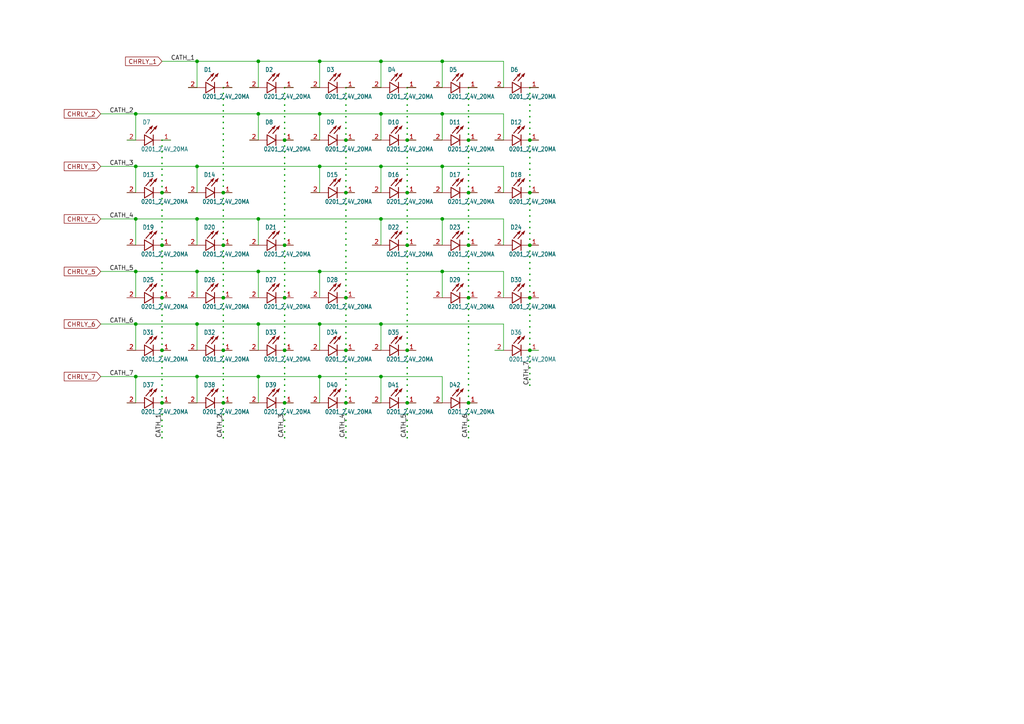
<source format=kicad_sch>
(kicad_sch (version 20231120) (generator "eeschema") (generator_version "8.0")
  (paper "A4")
  (lib_symbols
    (symbol "pre_schematic_v4-eagle-import:0201_2.4V_20MA"
      (property "Reference" "D" (at -3.0988 4.4958 0))
      (symbol "0201_2.4V_20MA_1_0"
        (polyline (pts (xy -2.54 -1.524) (xy 0 0)) (stroke (width 0.254)))
        (polyline (pts (xy -2.54 0) (xy -5.08 0)) (stroke (width 0.1524)))
        (polyline (pts (xy -2.54 0) (xy -2.54 -1.524)) (stroke (width 0.254)))
        (polyline (pts (xy -2.54 1.524) (xy -2.54 0)) (stroke (width 0.254)))
        (polyline (pts (xy -0.3556 4.0386) (xy -2.1336 2.0066)) (stroke (width 0.254)))
        (polyline (pts (xy 0 0) (xy -2.54 1.524)) (stroke (width 0.254)))
        (polyline (pts (xy 0 0) (xy 0 -1.524)) (stroke (width 0.254)))
        (polyline (pts (xy 0 1.524) (xy 0 0)) (stroke (width 0.254)))
        (polyline (pts (xy 0.889 3.937) (xy -0.889 1.905)) (stroke (width 0.254)))
        (polyline (pts (xy 2.54 0) (xy 0 0)) (stroke (width 0.1524)))
        (polyline (pts (xy 0.127 3.6195) (xy 0.6985 3.1115) (xy 1.0795 4.191)) (stroke (width 0.1524)) (fill (type outline)))
        (polyline (pts (xy -1.143 3.683) (xy -0.5715 3.175) (xy -0.1905 4.1909) (xy -0.1905 4.191)) (stroke (width 0.1524)) (fill (type outline)))
        (pin passive line (at 5.08 0 180) (length 2.54) (name "K") (number "1"))
        (pin passive line (at -7.62 0 0) (length 2.54) (name "A") (number "2"))
      )
    )
  )
  (junction (at 57.15 78.74))
  (junction (at 128.27 33.02))
  (junction (at 64.77 55.88))
  (junction (at 128.27 78.74))
  (junction (at 100.33 40.64))
  (junction (at 110.49 33.02))
  (junction (at 92.71 48.26))
  (junction (at 46.99 86.36))
  (junction (at 82.55 71.12))
  (junction (at 110.49 109.22))
  (junction (at 153.67 55.88))
  (junction (at 39.37 33.02))
  (junction (at 74.93 78.74))
  (junction (at 92.71 93.98))
  (junction (at 100.33 55.88))
  (junction (at 57.15 93.98))
  (junction (at 128.27 48.26))
  (junction (at 82.55 86.36))
  (junction (at 46.99 116.84))
  (junction (at 100.33 86.36))
  (junction (at 135.89 71.12))
  (junction (at 92.71 33.02))
  (junction (at 100.33 116.84))
  (junction (at 92.71 17.78))
  (junction (at 110.49 93.98))
  (junction (at 57.15 109.22))
  (junction (at 82.55 101.6))
  (junction (at 153.67 40.64))
  (junction (at 39.37 93.98))
  (junction (at 153.67 86.36))
  (junction (at 64.77 101.6))
  (junction (at 92.71 78.74))
  (junction (at 135.89 86.36))
  (junction (at 135.89 40.64))
  (junction (at 118.11 55.88))
  (junction (at 39.37 78.74))
  (junction (at 110.49 17.78))
  (junction (at 46.99 71.12))
  (junction (at 110.49 48.26))
  (junction (at 82.55 40.64))
  (junction (at 82.55 116.84))
  (junction (at 153.67 71.12))
  (junction (at 118.11 71.12))
  (junction (at 110.49 63.5))
  (junction (at 46.99 55.88))
  (junction (at 74.93 33.02))
  (junction (at 46.99 101.6))
  (junction (at 153.67 101.6))
  (junction (at 64.77 71.12))
  (junction (at 57.15 17.78))
  (junction (at 118.11 40.64))
  (junction (at 39.37 109.22))
  (junction (at 39.37 48.26))
  (junction (at 74.93 63.5))
  (junction (at 135.89 55.88))
  (junction (at 57.15 48.26))
  (junction (at 135.89 116.84))
  (junction (at 128.27 17.78))
  (junction (at 74.93 93.98))
  (junction (at 64.77 116.84))
  (junction (at 118.11 116.84))
  (junction (at 74.93 109.22))
  (junction (at 128.27 63.5))
  (junction (at 74.93 17.78))
  (junction (at 92.71 109.22))
  (junction (at 100.33 101.6))
  (junction (at 39.37 63.5))
  (junction (at 57.15 63.5))
  (junction (at 64.77 86.36))
  (junction (at 118.11 101.6))
  (wire (pts (xy 153.67 86.36) (xy 153.67 101.6)) (stroke (width 0.4) (type dot)))
  (wire (pts (xy 72.39 40.64) (xy 74.93 40.64)))
  (wire (pts (xy 54.61 55.88) (xy 57.15 55.88)))
  (wire (pts (xy 67.31 101.6) (xy 64.77 101.6)))
  (wire (pts (xy 82.55 86.36) (xy 82.55 101.6)) (stroke (width 0.4) (type dot)))
  (wire (pts (xy 125.73 116.84) (xy 128.27 116.84)))
  (wire (pts (xy 92.71 55.88) (xy 92.71 48.26)))
  (wire (pts (xy 156.21 25.4) (xy 153.67 25.4)))
  (wire (pts (xy 46.99 101.6) (xy 46.99 116.84)) (stroke (width 0.4) (type dot)))
  (wire (pts (xy 54.61 116.84) (xy 57.15 116.84)))
  (wire (pts (xy 39.37 63.5) (xy 29.21 63.5)))
  (wire (pts (xy 128.27 71.12) (xy 128.27 63.5)))
  (wire (pts (xy 74.93 93.98) (xy 57.15 93.98)))
  (wire (pts (xy 92.71 78.74) (xy 74.93 78.74)))
  (wire (pts (xy 146.05 86.36) (xy 146.05 78.74)))
  (wire (pts (xy 46.99 116.84) (xy 46.99 127)) (stroke (width 0.4) (type dot)))
  (wire (pts (xy 120.65 71.12) (xy 118.11 71.12)))
  (wire (pts (xy 72.39 86.36) (xy 74.93 86.36)))
  (wire (pts (xy 64.77 101.6) (xy 64.77 116.84)) (stroke (width 0.4) (type dot)))
  (wire (pts (xy 85.09 25.4) (xy 82.55 25.4)))
  (wire (pts (xy 125.73 86.36) (xy 128.27 86.36)))
  (wire (pts (xy 92.71 86.36) (xy 92.71 78.74)))
  (wire (pts (xy 64.77 116.84) (xy 64.77 127)) (stroke (width 0.4) (type dot)))
  (wire (pts (xy 90.17 40.64) (xy 92.71 40.64)))
  (wire (pts (xy 39.37 109.22) (xy 29.21 109.22)))
  (wire (pts (xy 39.37 40.64) (xy 39.37 33.02)))
  (wire (pts (xy 72.39 116.84) (xy 74.93 116.84)))
  (wire (pts (xy 143.51 71.12) (xy 146.05 71.12)))
  (wire (pts (xy 138.43 40.64) (xy 135.89 40.64)))
  (wire (pts (xy 72.39 101.6) (xy 74.93 101.6)))
  (wire (pts (xy 85.09 86.36) (xy 82.55 86.36)))
  (wire (pts (xy 110.49 93.98) (xy 92.71 93.98)))
  (wire (pts (xy 128.27 25.4) (xy 128.27 17.78)))
  (wire (pts (xy 57.15 17.78) (xy 46.99 17.78)))
  (wire (pts (xy 128.27 109.22) (xy 110.49 109.22)))
  (wire (pts (xy 110.49 48.26) (xy 92.71 48.26)))
  (wire (pts (xy 82.55 25.4) (xy 82.55 40.64)) (stroke (width 0.4) (type dot)))
  (wire (pts (xy 110.49 55.88) (xy 110.49 48.26)))
  (wire (pts (xy 135.89 25.4) (xy 135.89 40.64)) (stroke (width 0.4) (type dot)))
  (wire (pts (xy 143.51 86.36) (xy 146.05 86.36)))
  (wire (pts (xy 156.21 40.64) (xy 153.67 40.64)))
  (wire (pts (xy 120.65 40.64) (xy 118.11 40.64)))
  (wire (pts (xy 135.89 71.12) (xy 135.89 86.36)) (stroke (width 0.4) (type dot)))
  (wire (pts (xy 135.89 116.84) (xy 135.89 127)) (stroke (width 0.4) (type dot)))
  (wire (pts (xy 128.27 17.78) (xy 110.49 17.78)))
  (wire (pts (xy 110.49 101.6) (xy 110.49 93.98)))
  (wire (pts (xy 102.87 25.4) (xy 100.33 25.4)))
  (wire (pts (xy 146.05 25.4) (xy 146.05 17.78)))
  (wire (pts (xy 102.87 116.84) (xy 100.33 116.84)))
  (wire (pts (xy 74.93 71.12) (xy 74.93 63.5)))
  (wire (pts (xy 102.87 40.64) (xy 100.33 40.64)))
  (wire (pts (xy 57.15 55.88) (xy 57.15 48.26)))
  (wire (pts (xy 92.71 116.84) (xy 92.71 109.22)))
  (wire (pts (xy 128.27 48.26) (xy 110.49 48.26)))
  (wire (pts (xy 54.61 86.36) (xy 57.15 86.36)))
  (wire (pts (xy 46.99 55.88) (xy 46.99 71.12)) (stroke (width 0.4) (type dot)))
  (wire (pts (xy 153.67 25.4) (xy 153.67 40.64)) (stroke (width 0.4) (type dot)))
  (wire (pts (xy 49.53 55.88) (xy 46.99 55.88)))
  (wire (pts (xy 128.27 86.36) (xy 128.27 78.74)))
  (wire (pts (xy 118.11 55.88) (xy 118.11 71.12)) (stroke (width 0.4) (type dot)))
  (wire (pts (xy 120.65 116.84) (xy 118.11 116.84)))
  (wire (pts (xy 64.77 71.12) (xy 64.77 86.36)) (stroke (width 0.4) (type dot)))
  (wire (pts (xy 57.15 71.12) (xy 57.15 63.5)))
  (wire (pts (xy 92.71 25.4) (xy 92.71 17.78)))
  (wire (pts (xy 74.93 86.36) (xy 74.93 78.74)))
  (wire (pts (xy 110.49 116.84) (xy 110.49 109.22)))
  (wire (pts (xy 110.49 63.5) (xy 74.93 63.5)))
  (wire (pts (xy 100.33 101.6) (xy 100.33 116.84)) (stroke (width 0.4) (type dot)))
  (wire (pts (xy 138.43 86.36) (xy 135.89 86.36)))
  (wire (pts (xy 146.05 48.26) (xy 128.27 48.26)))
  (wire (pts (xy 156.21 71.12) (xy 153.67 71.12)))
  (wire (pts (xy 82.55 116.84) (xy 82.55 127)) (stroke (width 0.4) (type dot)))
  (wire (pts (xy 128.27 63.5) (xy 110.49 63.5)))
  (wire (pts (xy 64.77 86.36) (xy 64.77 101.6)) (stroke (width 0.4) (type dot)))
  (wire (pts (xy 74.93 25.4) (xy 74.93 17.78)))
  (wire (pts (xy 107.95 71.12) (xy 110.49 71.12)))
  (wire (pts (xy 90.17 116.84) (xy 92.71 116.84)))
  (wire (pts (xy 110.49 17.78) (xy 92.71 17.78)))
  (wire (pts (xy 46.99 71.12) (xy 46.99 86.36)) (stroke (width 0.4) (type dot)))
  (wire (pts (xy 100.33 116.84) (xy 100.33 127)) (stroke (width 0.4) (type dot)))
  (wire (pts (xy 143.51 25.4) (xy 146.05 25.4)))
  (wire (pts (xy 72.39 25.4) (xy 74.93 25.4)))
  (wire (pts (xy 118.11 25.4) (xy 118.11 40.64)) (stroke (width 0.4) (type dot)))
  (wire (pts (xy 100.33 55.88) (xy 100.33 86.36)) (stroke (width 0.4) (type dot)))
  (wire (pts (xy 74.93 63.5) (xy 57.15 63.5)))
  (wire (pts (xy 110.49 109.22) (xy 92.71 109.22)))
  (wire (pts (xy 118.11 101.6) (xy 118.11 116.84)) (stroke (width 0.4) (type dot)))
  (wire (pts (xy 90.17 101.6) (xy 92.71 101.6)))
  (wire (pts (xy 118.11 40.64) (xy 118.11 55.88)) (stroke (width 0.4) (type dot)))
  (wire (pts (xy 102.87 101.6) (xy 100.33 101.6)))
  (wire (pts (xy 85.09 116.84) (xy 82.55 116.84)))
  (wire (pts (xy 36.83 116.84) (xy 39.37 116.84)))
  (wire (pts (xy 125.73 55.88) (xy 128.27 55.88)))
  (wire (pts (xy 135.89 40.64) (xy 135.89 55.88)) (stroke (width 0.4) (type dot)))
  (wire (pts (xy 146.05 101.6) (xy 146.05 93.98)))
  (wire (pts (xy 74.93 101.6) (xy 74.93 93.98)))
  (wire (pts (xy 125.73 25.4) (xy 128.27 25.4)))
  (wire (pts (xy 146.05 71.12) (xy 146.05 63.5)))
  (wire (pts (xy 100.33 25.4) (xy 100.33 40.64)) (stroke (width 0.4) (type dot)))
  (wire (pts (xy 36.83 71.12) (xy 39.37 71.12)))
  (wire (pts (xy 67.31 116.84) (xy 64.77 116.84)))
  (wire (pts (xy 39.37 33.02) (xy 29.21 33.02)))
  (wire (pts (xy 74.93 40.64) (xy 74.93 33.02)))
  (wire (pts (xy 39.37 78.74) (xy 29.21 78.74)))
  (wire (pts (xy 107.95 25.4) (xy 110.49 25.4)))
  (wire (pts (xy 82.55 101.6) (xy 82.55 116.84)) (stroke (width 0.4) (type dot)))
  (wire (pts (xy 107.95 101.6) (xy 110.49 101.6)))
  (wire (pts (xy 146.05 40.64) (xy 146.05 33.02)))
  (wire (pts (xy 85.09 71.12) (xy 82.55 71.12)))
  (wire (pts (xy 64.77 55.88) (xy 64.77 71.12)) (stroke (width 0.4) (type dot)))
  (wire (pts (xy 100.33 86.36) (xy 100.33 101.6)) (stroke (width 0.4) (type dot)))
  (wire (pts (xy 143.51 40.64) (xy 146.05 40.64)))
  (wire (pts (xy 138.43 71.12) (xy 135.89 71.12)))
  (wire (pts (xy 146.05 55.88) (xy 146.05 48.26)))
  (wire (pts (xy 156.21 86.36) (xy 153.67 86.36)))
  (wire (pts (xy 57.15 25.4) (xy 57.15 17.78)))
  (wire (pts (xy 125.73 71.12) (xy 128.27 71.12)))
  (wire (pts (xy 39.37 71.12) (xy 39.37 63.5)))
  (wire (pts (xy 107.95 40.64) (xy 110.49 40.64)))
  (wire (pts (xy 146.05 78.74) (xy 128.27 78.74)))
  (wire (pts (xy 49.53 71.12) (xy 46.99 71.12)))
  (wire (pts (xy 128.27 78.74) (xy 92.71 78.74)))
  (wire (pts (xy 92.71 48.26) (xy 57.15 48.26)))
  (wire (pts (xy 120.65 25.4) (xy 118.11 25.4)))
  (wire (pts (xy 146.05 63.5) (xy 128.27 63.5)))
  (wire (pts (xy 138.43 116.84) (xy 135.89 116.84)))
  (wire (pts (xy 143.51 101.6) (xy 146.05 101.6)))
  (wire (pts (xy 49.53 40.64) (xy 46.99 40.64)))
  (wire (pts (xy 125.73 40.64) (xy 128.27 40.64)))
  (wire (pts (xy 135.89 55.88) (xy 135.89 71.12)) (stroke (width 0.4) (type dot)))
  (wire (pts (xy 49.53 86.36) (xy 46.99 86.36)))
  (wire (pts (xy 90.17 55.88) (xy 92.71 55.88)))
  (wire (pts (xy 138.43 25.4) (xy 135.89 25.4)))
  (wire (pts (xy 110.49 25.4) (xy 110.49 17.78)))
  (wire (pts (xy 110.49 71.12) (xy 110.49 63.5)))
  (wire (pts (xy 36.83 101.6) (xy 39.37 101.6)))
  (wire (pts (xy 36.83 55.88) (xy 39.37 55.88)))
  (wire (pts (xy 120.65 55.88) (xy 118.11 55.88)))
  (wire (pts (xy 128.27 55.88) (xy 128.27 48.26)))
  (wire (pts (xy 57.15 78.74) (xy 39.37 78.74)))
  (wire (pts (xy 57.15 109.22) (xy 39.37 109.22)))
  (wire (pts (xy 100.33 40.64) (xy 100.33 55.88)) (stroke (width 0.4) (type dot)))
  (wire (pts (xy 46.99 86.36) (xy 46.99 101.6)) (stroke (width 0.4) (type dot)))
  (wire (pts (xy 153.67 71.12) (xy 153.67 86.36)) (stroke (width 0.4) (type dot)))
  (wire (pts (xy 82.55 71.12) (xy 82.55 86.36)) (stroke (width 0.4) (type dot)))
  (wire (pts (xy 128.27 116.84) (xy 128.27 109.22)))
  (wire (pts (xy 57.15 116.84) (xy 57.15 109.22)))
  (wire (pts (xy 46.99 40.64) (xy 46.99 55.88)) (stroke (width 0.4) (type dot)))
  (wire (pts (xy 156.21 101.6) (xy 153.67 101.6)))
  (wire (pts (xy 107.95 116.84) (xy 110.49 116.84)))
  (wire (pts (xy 110.49 40.64) (xy 110.49 33.02)))
  (wire (pts (xy 138.43 55.88) (xy 135.89 55.88)))
  (wire (pts (xy 64.77 25.4) (xy 64.77 55.88)) (stroke (width 0.4) (type dot)))
  (wire (pts (xy 92.71 109.22) (xy 74.93 109.22)))
  (wire (pts (xy 54.61 25.4) (xy 57.15 25.4)))
  (wire (pts (xy 153.67 40.64) (xy 153.67 55.88)) (stroke (width 0.4) (type dot)))
  (wire (pts (xy 92.71 93.98) (xy 74.93 93.98)))
  (wire (pts (xy 54.61 101.6) (xy 57.15 101.6)))
  (wire (pts (xy 156.21 55.88) (xy 153.67 55.88)))
  (wire (pts (xy 128.27 33.02) (xy 110.49 33.02)))
  (wire (pts (xy 36.83 86.36) (xy 39.37 86.36)))
  (wire (pts (xy 146.05 33.02) (xy 128.27 33.02)))
  (wire (pts (xy 90.17 86.36) (xy 92.71 86.36)))
  (wire (pts (xy 74.93 116.84) (xy 74.93 109.22)))
  (wire (pts (xy 39.37 48.26) (xy 29.21 48.26)))
  (wire (pts (xy 57.15 101.6) (xy 57.15 93.98)))
  (wire (pts (xy 120.65 101.6) (xy 118.11 101.6)))
  (wire (pts (xy 92.71 33.02) (xy 74.93 33.02)))
  (wire (pts (xy 110.49 33.02) (xy 92.71 33.02)))
  (wire (pts (xy 49.53 101.6) (xy 46.99 101.6)))
  (wire (pts (xy 74.93 33.02) (xy 39.37 33.02)))
  (wire (pts (xy 82.55 40.64) (xy 82.55 71.12)) (stroke (width 0.4) (type dot)))
  (wire (pts (xy 67.31 55.88) (xy 64.77 55.88)))
  (wire (pts (xy 92.71 40.64) (xy 92.71 33.02)))
  (wire (pts (xy 146.05 17.78) (xy 128.27 17.78)))
  (wire (pts (xy 102.87 55.88) (xy 100.33 55.88)))
  (wire (pts (xy 67.31 71.12) (xy 64.77 71.12)))
  (wire (pts (xy 57.15 48.26) (xy 39.37 48.26)))
  (wire (pts (xy 57.15 93.98) (xy 39.37 93.98)))
  (wire (pts (xy 143.51 55.88) (xy 146.05 55.88)))
  (wire (pts (xy 153.67 101.6) (xy 153.67 111.76)) (stroke (width 0.4) (type dot)))
  (wire (pts (xy 72.39 71.12) (xy 74.93 71.12)))
  (wire (pts (xy 118.11 116.84) (xy 118.11 127)) (stroke (width 0.4) (type dot)))
  (wire (pts (xy 74.93 109.22) (xy 57.15 109.22)))
  (wire (pts (xy 67.31 25.4) (xy 64.77 25.4)))
  (wire (pts (xy 102.87 86.36) (xy 100.33 86.36)))
  (wire (pts (xy 39.37 55.88) (xy 39.37 48.26)))
  (wire (pts (xy 118.11 71.12) (xy 118.11 101.6)) (stroke (width 0.4) (type dot)))
  (wire (pts (xy 92.71 17.78) (xy 74.93 17.78)))
  (wire (pts (xy 92.71 101.6) (xy 92.71 93.98)))
  (wire (pts (xy 135.89 86.36) (xy 135.89 116.84)) (stroke (width 0.4) (type dot)))
  (wire (pts (xy 39.37 101.6) (xy 39.37 93.98)))
  (wire (pts (xy 107.95 55.88) (xy 110.49 55.88)))
  (wire (pts (xy 128.27 40.64) (xy 128.27 33.02)))
  (wire (pts (xy 39.37 116.84) (xy 39.37 109.22)))
  (wire (pts (xy 153.67 55.88) (xy 153.67 71.12)) (stroke (width 0.4) (type dot)))
  (wire (pts (xy 39.37 93.98) (xy 29.21 93.98)))
  (wire (pts (xy 146.05 93.98) (xy 110.49 93.98)))
  (wire (pts (xy 54.61 71.12) (xy 57.15 71.12)))
  (wire (pts (xy 49.53 116.84) (xy 46.99 116.84)))
  (wire (pts (xy 36.83 40.64) (xy 39.37 40.64)))
  (wire (pts (xy 57.15 63.5) (xy 39.37 63.5)))
  (wire (pts (xy 85.09 101.6) (xy 82.55 101.6)))
  (wire (pts (xy 85.09 40.64) (xy 82.55 40.64)))
  (wire (pts (xy 74.93 78.74) (xy 57.15 78.74)))
  (wire (pts (xy 39.37 86.36) (xy 39.37 78.74)))
  (wire (pts (xy 90.17 25.4) (xy 92.71 25.4)))
  (wire (pts (xy 67.31 86.36) (xy 64.77 86.36)))
  (wire (pts (xy 57.15 86.36) (xy 57.15 78.74)))
  (wire (pts (xy 74.93 17.78) (xy 57.15 17.78)))
  (label "CATH_6" (at 31.75 93.98 0))
  (label "CATH_5" (at 118.11 127 90))
  (label "CATH_7" (at 153.67 111.76 90))
  (label "CATH_7" (at 31.75 109.22 0))
  (label "CATH_3" (at 31.75 48.26 0))
  (label "CATH_4" (at 31.75 63.5 0))
  (label "CATH_4" (at 100.33 127 90))
  (label "CATH_1" (at 46.99 127 90))
  (label "CATH_3" (at 82.55 127 90))
  (label "CATH_5" (at 31.75 78.74 0))
  (label "CATH_6" (at 135.89 127 90))
  (label "CATH_1" (at 49.53 17.78 0))
  (label "CATH_2" (at 64.77 127 90))
  (label "CATH_2" (at 31.75 33.02 0))
  (global_label "CHRLY_6" (shape input) (at 29.21 93.98 180) (property "Intersheetrefs" "${INTERSHEET_REFS}" (effects (hide yes))))
  (global_label "CHRLY_7" (shape input) (at 29.21 109.22 180) (property "Intersheetrefs" "${INTERSHEET_REFS}" (effects (hide yes))))
  (global_label "CHRLY_4" (shape input) (at 29.21 63.5 180) (property "Intersheetrefs" "${INTERSHEET_REFS}" (effects (hide yes))))
  (global_label "CHRLY_3" (shape input) (at 29.21 48.26 180) (property "Intersheetrefs" "${INTERSHEET_REFS}" (effects (hide yes))))
  (global_label "CHRLY_2" (shape input) (at 29.21 33.02 180) (property "Intersheetrefs" "${INTERSHEET_REFS}" (effects (hide yes))))
  (global_label "CHRLY_1" (shape input) (at 46.99 17.78 180) (property "Intersheetrefs" "${INTERSHEET_REFS}" (effects (hide yes))))
  (global_label "CHRLY_5" (shape input) (at 29.21 78.74 180) (property "Intersheetrefs" "${INTERSHEET_REFS}" (effects (hide yes))))
  (symbol (lib_id "pre_schematic_v4-eagle-import:0201_2.4V_20MA") (at 97.79 86.36 0) (unit 1)
    (property "Reference" "D28" (at 94.6912 81.8642 0) (effects (font (size 1.27 1.0795)) (justify left bottom)))
    (property "Value" "0201_2.4V_20MA" (at 94.234 89.662 0) (effects (font (size 1.27 1.0795)) (justify left bottom)))
    (property "Footprint" "pre_schematic_v4:LED_APG0603CGC-TT" (effects (hide yes)))
  )
  (symbol (lib_id "pre_schematic_v4-eagle-import:0201_2.4V_20MA") (at 133.35 40.64 0) (unit 1)
    (property "Reference" "D11" (at 130.2512 36.1442 0) (effects (font (size 1.27 1.0795)) (justify left bottom)))
    (property "Value" "0201_2.4V_20MA" (at 129.794 43.942 0) (effects (font (size 1.27 1.0795)) (justify left bottom)))
    (property "Footprint" "pre_schematic_v4:LED_APG0603CGC-TT" (effects (hide yes)))
  )
  (symbol (lib_id "pre_schematic_v4-eagle-import:0201_2.4V_20MA") (at 62.23 55.88 0) (unit 1)
    (property "Reference" "D14" (at 59.1312 51.3842 0) (effects (font (size 1.27 1.0795)) (justify left bottom)))
    (property "Value" "0201_2.4V_20MA" (at 58.674 59.182 0) (effects (font (size 1.27 1.0795)) (justify left bottom)))
    (property "Footprint" "pre_schematic_v4:LED_APG0603CGC-TT" (effects (hide yes)))
  )
  (symbol (lib_id "pre_schematic_v4-eagle-import:0201_2.4V_20MA") (at 97.79 55.88 0) (unit 1)
    (property "Reference" "D15" (at 94.6912 51.3842 0) (effects (font (size 1.27 1.0795)) (justify left bottom)))
    (property "Value" "0201_2.4V_20MA" (at 94.234 59.182 0) (effects (font (size 1.27 1.0795)) (justify left bottom)))
    (property "Footprint" "pre_schematic_v4:LED_APG0603CGC-TT" (effects (hide yes)))
  )
  (symbol (lib_id "pre_schematic_v4-eagle-import:0201_2.4V_20MA") (at 80.01 40.64 0) (unit 1)
    (property "Reference" "D8" (at 76.9112 36.1442 0) (effects (font (size 1.27 1.0795)) (justify left bottom)))
    (property "Value" "0201_2.4V_20MA" (at 76.454 43.942 0) (effects (font (size 1.27 1.0795)) (justify left bottom)))
    (property "Footprint" "pre_schematic_v4:LED_APG0603CGC-TT" (effects (hide yes)))
  )
  (symbol (lib_id "pre_schematic_v4-eagle-import:0201_2.4V_20MA") (at 97.79 116.84 0) (unit 1)
    (property "Reference" "D40" (at 94.6912 112.3442 0) (effects (font (size 1.27 1.0795)) (justify left bottom)))
    (property "Value" "0201_2.4V_20MA" (at 94.234 120.142 0) (effects (font (size 1.27 1.0795)) (justify left bottom)))
    (property "Footprint" "pre_schematic_v4:LED_APG0603CGC-TT" (effects (hide yes)))
  )
  (symbol (lib_id "pre_schematic_v4-eagle-import:0201_2.4V_20MA") (at 97.79 40.64 0) (unit 1)
    (property "Reference" "D9" (at 94.6912 36.1442 0) (effects (font (size 1.27 1.0795)) (justify left bottom)))
    (property "Value" "0201_2.4V_20MA" (at 94.234 43.942 0) (effects (font (size 1.27 1.0795)) (justify left bottom)))
    (property "Footprint" "pre_schematic_v4:LED_APG0603CGC-TT" (effects (hide yes)))
  )
  (symbol (lib_id "pre_schematic_v4-eagle-import:0201_2.4V_20MA") (at 62.23 101.6 0) (unit 1)
    (property "Reference" "D32" (at 59.1312 97.1042 0) (effects (font (size 1.27 1.0795)) (justify left bottom)))
    (property "Value" "0201_2.4V_20MA" (at 58.674 104.902 0) (effects (font (size 1.27 1.0795)) (justify left bottom)))
    (property "Footprint" "pre_schematic_v4:LED_APG0603CGC-TT" (effects (hide yes)))
  )
  (symbol (lib_id "pre_schematic_v4-eagle-import:0201_2.4V_20MA") (at 133.35 25.4 0) (unit 1)
    (property "Reference" "D5" (at 130.2512 20.9042 0) (effects (font (size 1.27 1.0795)) (justify left bottom)))
    (property "Value" "0201_2.4V_20MA" (at 129.794 28.702 0) (effects (font (size 1.27 1.0795)) (justify left bottom)))
    (property "Footprint" "pre_schematic_v4:LED_APG0603CGC-TT" (effects (hide yes)))
  )
  (symbol (lib_id "pre_schematic_v4-eagle-import:0201_2.4V_20MA") (at 80.01 71.12 0) (unit 1)
    (property "Reference" "D21" (at 76.9112 66.6242 0) (effects (font (size 1.27 1.0795)) (justify left bottom)))
    (property "Value" "0201_2.4V_20MA" (at 76.454 74.422 0) (effects (font (size 1.27 1.0795)) (justify left bottom)))
    (property "Footprint" "pre_schematic_v4:LED_APG0603CGC-TT" (effects (hide yes)))
  )
  (symbol (lib_id "pre_schematic_v4-eagle-import:0201_2.4V_20MA") (at 133.35 116.84 0) (unit 1)
    (property "Reference" "D42" (at 130.2512 112.3442 0) (effects (font (size 1.27 1.0795)) (justify left bottom)))
    (property "Value" "0201_2.4V_20MA" (at 129.794 120.142 0) (effects (font (size 1.27 1.0795)) (justify left bottom)))
    (property "Footprint" "pre_schematic_v4:LED_APG0603CGC-TT" (effects (hide yes)))
  )
  (symbol (lib_id "pre_schematic_v4-eagle-import:0201_2.4V_20MA") (at 115.57 116.84 0) (unit 1)
    (property "Reference" "D41" (at 112.4712 112.3442 0) (effects (font (size 1.27 1.0795)) (justify left bottom)))
    (property "Value" "0201_2.4V_20MA" (at 112.014 120.142 0) (effects (font (size 1.27 1.0795)) (justify left bottom)))
    (property "Footprint" "pre_schematic_v4:LED_APG0603CGC-TT" (effects (hide yes)))
  )
  (symbol (lib_id "pre_schematic_v4-eagle-import:0201_2.4V_20MA") (at 115.57 55.88 0) (unit 1)
    (property "Reference" "D16" (at 112.4712 51.3842 0) (effects (font (size 1.27 1.0795)) (justify left bottom)))
    (property "Value" "0201_2.4V_20MA" (at 112.014 59.182 0) (effects (font (size 1.27 1.0795)) (justify left bottom)))
    (property "Footprint" "pre_schematic_v4:LED_APG0603CGC-TT" (effects (hide yes)))
  )
  (symbol (lib_id "pre_schematic_v4-eagle-import:0201_2.4V_20MA") (at 133.35 86.36 0) (unit 1)
    (property "Reference" "D29" (at 130.2512 81.8642 0) (effects (font (size 1.27 1.0795)) (justify left bottom)))
    (property "Value" "0201_2.4V_20MA" (at 129.794 89.662 0) (effects (font (size 1.27 1.0795)) (justify left bottom)))
    (property "Footprint" "pre_schematic_v4:LED_APG0603CGC-TT" (effects (hide yes)))
  )
  (symbol (lib_id "pre_schematic_v4-eagle-import:0201_2.4V_20MA") (at 44.45 101.6 0) (unit 1)
    (property "Reference" "D31" (at 41.3512 97.1042 0) (effects (font (size 1.27 1.0795)) (justify left bottom)))
    (property "Value" "0201_2.4V_20MA" (at 40.894 104.902 0) (effects (font (size 1.27 1.0795)) (justify left bottom)))
    (property "Footprint" "pre_schematic_v4:LED_APG0603CGC-TT" (effects (hide yes)))
  )
  (symbol (lib_id "pre_schematic_v4-eagle-import:0201_2.4V_20MA") (at 62.23 25.4 0) (unit 1)
    (property "Reference" "D1" (at 59.1312 20.9042 0) (effects (font (size 1.27 1.0795)) (justify left bottom)))
    (property "Value" "0201_2.4V_20MA" (at 58.674 28.702 0) (effects (font (size 1.27 1.0795)) (justify left bottom)))
    (property "Footprint" "pre_schematic_v4:LED_APG0603CGC-TT" (effects (hide yes)))
  )
  (symbol (lib_id "pre_schematic_v4-eagle-import:0201_2.4V_20MA") (at 151.13 55.88 0) (unit 1)
    (property "Reference" "D18" (at 148.0312 51.3842 0) (effects (font (size 1.27 1.0795)) (justify left bottom)))
    (property "Value" "0201_2.4V_20MA" (at 147.574 59.182 0) (effects (font (size 1.27 1.0795)) (justify left bottom)))
    (property "Footprint" "pre_schematic_v4:LED_APG0603CGC-TT" (effects (hide yes)))
  )
  (symbol (lib_id "pre_schematic_v4-eagle-import:0201_2.4V_20MA") (at 44.45 71.12 0) (unit 1)
    (property "Reference" "D19" (at 41.3512 66.6242 0) (effects (font (size 1.27 1.0795)) (justify left bottom)))
    (property "Value" "0201_2.4V_20MA" (at 40.894 74.422 0) (effects (font (size 1.27 1.0795)) (justify left bottom)))
    (property "Footprint" "pre_schematic_v4:LED_APG0603CGC-TT" (effects (hide yes)))
  )
  (symbol (lib_id "pre_schematic_v4-eagle-import:0201_2.4V_20MA") (at 80.01 86.36 0) (unit 1)
    (property "Reference" "D27" (at 76.9112 81.8642 0) (effects (font (size 1.27 1.0795)) (justify left bottom)))
    (property "Value" "0201_2.4V_20MA" (at 76.454 89.662 0) (effects (font (size 1.27 1.0795)) (justify left bottom)))
    (property "Footprint" "pre_schematic_v4:LED_APG0603CGC-TT" (effects (hide yes)))
  )
  (symbol (lib_id "pre_schematic_v4-eagle-import:0201_2.4V_20MA") (at 44.45 55.88 0) (unit 1)
    (property "Reference" "D13" (at 41.3512 51.3842 0) (effects (font (size 1.27 1.0795)) (justify left bottom)))
    (property "Value" "0201_2.4V_20MA" (at 40.894 59.182 0) (effects (font (size 1.27 1.0795)) (justify left bottom)))
    (property "Footprint" "pre_schematic_v4:LED_APG0603CGC-TT" (effects (hide yes)))
  )
  (symbol (lib_id "pre_schematic_v4-eagle-import:0201_2.4V_20MA") (at 115.57 40.64 0) (unit 1)
    (property "Reference" "D10" (at 112.4712 36.1442 0) (effects (font (size 1.27 1.0795)) (justify left bottom)))
    (property "Value" "0201_2.4V_20MA" (at 112.014 43.942 0) (effects (font (size 1.27 1.0795)) (justify left bottom)))
    (property "Footprint" "pre_schematic_v4:LED_APG0603CGC-TT" (effects (hide yes)))
  )
  (symbol (lib_id "pre_schematic_v4-eagle-import:0201_2.4V_20MA") (at 44.45 40.64 0) (unit 1)
    (property "Reference" "D7" (at 41.3512 36.1442 0) (effects (font (size 1.27 1.0795)) (justify left bottom)))
    (property "Value" "0201_2.4V_20MA" (at 40.894 43.942 0) (effects (font (size 1.27 1.0795)) (justify left bottom)))
    (property "Footprint" "pre_schematic_v4:LED_APG0603CGC-TT" (effects (hide yes)))
  )
  (symbol (lib_id "pre_schematic_v4-eagle-import:0201_2.4V_20MA") (at 80.01 101.6 0) (unit 1)
    (property "Reference" "D33" (at 76.9112 97.1042 0) (effects (font (size 1.27 1.0795)) (justify left bottom)))
    (property "Value" "0201_2.4V_20MA" (at 76.454 104.902 0) (effects (font (size 1.27 1.0795)) (justify left bottom)))
    (property "Footprint" "pre_schematic_v4:LED_APG0603CGC-TT" (effects (hide yes)))
  )
  (symbol (lib_id "pre_schematic_v4-eagle-import:0201_2.4V_20MA") (at 151.13 101.6 0) (unit 1)
    (property "Reference" "D36" (at 148.0312 97.1042 0) (effects (font (size 1.27 1.0795)) (justify left bottom)))
    (property "Value" "0201_2.4V_20MA" (at 147.574 104.902 0) (effects (font (size 1.27 1.0795)) (justify left bottom)))
    (property "Footprint" "pre_schematic_v4:LED_APG0603CGC-TT" (effects (hide yes)))
  )
  (symbol (lib_id "pre_schematic_v4-eagle-import:0201_2.4V_20MA") (at 151.13 25.4 0) (unit 1)
    (property "Reference" "D6" (at 148.0312 20.9042 0) (effects (font (size 1.27 1.0795)) (justify left bottom)))
    (property "Value" "0201_2.4V_20MA" (at 147.574 28.702 0) (effects (font (size 1.27 1.0795)) (justify left bottom)))
    (property "Footprint" "pre_schematic_v4:LED_APG0603CGC-TT" (effects (hide yes)))
  )
  (symbol (lib_id "pre_schematic_v4-eagle-import:0201_2.4V_20MA") (at 151.13 40.64 0) (unit 1)
    (property "Reference" "D12" (at 148.0312 36.1442 0) (effects (font (size 1.27 1.0795)) (justify left bottom)))
    (property "Value" "0201_2.4V_20MA" (at 147.574 43.942 0) (effects (font (size 1.27 1.0795)) (justify left bottom)))
    (property "Footprint" "pre_schematic_v4:LED_APG0603CGC-TT" (effects (hide yes)))
  )
  (symbol (lib_id "pre_schematic_v4-eagle-import:0201_2.4V_20MA") (at 62.23 116.84 0) (unit 1)
    (property "Reference" "D38" (at 59.1312 112.3442 0) (effects (font (size 1.27 1.0795)) (justify left bottom)))
    (property "Value" "0201_2.4V_20MA" (at 58.674 120.142 0) (effects (font (size 1.27 1.0795)) (justify left bottom)))
    (property "Footprint" "pre_schematic_v4:LED_APG0603CGC-TT" (effects (hide yes)))
  )
  (symbol (lib_id "pre_schematic_v4-eagle-import:0201_2.4V_20MA") (at 80.01 25.4 0) (unit 1)
    (property "Reference" "D2" (at 76.9112 20.9042 0) (effects (font (size 1.27 1.0795)) (justify left bottom)))
    (property "Value" "0201_2.4V_20MA" (at 76.454 28.702 0) (effects (font (size 1.27 1.0795)) (justify left bottom)))
    (property "Footprint" "pre_schematic_v4:LED_APG0603CGC-TT" (effects (hide yes)))
  )
  (symbol (lib_id "pre_schematic_v4-eagle-import:0201_2.4V_20MA") (at 133.35 71.12 0) (unit 1)
    (property "Reference" "D23" (at 130.2512 66.6242 0) (effects (font (size 1.27 1.0795)) (justify left bottom)))
    (property "Value" "0201_2.4V_20MA" (at 129.794 74.422 0) (effects (font (size 1.27 1.0795)) (justify left bottom)))
    (property "Footprint" "pre_schematic_v4:LED_APG0603CGC-TT" (effects (hide yes)))
  )
  (symbol (lib_id "pre_schematic_v4-eagle-import:0201_2.4V_20MA") (at 44.45 86.36 0) (unit 1)
    (property "Reference" "D25" (at 41.3512 81.8642 0) (effects (font (size 1.27 1.0795)) (justify left bottom)))
    (property "Value" "0201_2.4V_20MA" (at 40.894 89.662 0) (effects (font (size 1.27 1.0795)) (justify left bottom)))
    (property "Footprint" "pre_schematic_v4:LED_APG0603CGC-TT" (effects (hide yes)))
  )
  (symbol (lib_id "pre_schematic_v4-eagle-import:0201_2.4V_20MA") (at 133.35 55.88 0) (unit 1)
    (property "Reference" "D17" (at 130.2512 51.3842 0) (effects (font (size 1.27 1.0795)) (justify left bottom)))
    (property "Value" "0201_2.4V_20MA" (at 129.794 59.182 0) (effects (font (size 1.27 1.0795)) (justify left bottom)))
    (property "Footprint" "pre_schematic_v4:LED_APG0603CGC-TT" (effects (hide yes)))
  )
  (symbol (lib_id "pre_schematic_v4-eagle-import:0201_2.4V_20MA") (at 97.79 25.4 0) (unit 1)
    (property "Reference" "D3" (at 94.6912 20.9042 0) (effects (font (size 1.27 1.0795)) (justify left bottom)))
    (property "Value" "0201_2.4V_20MA" (at 94.234 28.702 0) (effects (font (size 1.27 1.0795)) (justify left bottom)))
    (property "Footprint" "pre_schematic_v4:LED_APG0603CGC-TT" (effects (hide yes)))
  )
  (symbol (lib_id "pre_schematic_v4-eagle-import:0201_2.4V_20MA") (at 115.57 101.6 0) (unit 1)
    (property "Reference" "D35" (at 112.4712 97.1042 0) (effects (font (size 1.27 1.0795)) (justify left bottom)))
    (property "Value" "0201_2.4V_20MA" (at 112.014 104.902 0) (effects (font (size 1.27 1.0795)) (justify left bottom)))
    (property "Footprint" "pre_schematic_v4:LED_APG0603CGC-TT" (effects (hide yes)))
  )
  (symbol (lib_id "pre_schematic_v4-eagle-import:0201_2.4V_20MA") (at 115.57 25.4 0) (unit 1)
    (property "Reference" "D4" (at 112.4712 20.9042 0) (effects (font (size 1.27 1.0795)) (justify left bottom)))
    (property "Value" "0201_2.4V_20MA" (at 112.014 28.702 0) (effects (font (size 1.27 1.0795)) (justify left bottom)))
    (property "Footprint" "pre_schematic_v4:LED_APG0603CGC-TT" (effects (hide yes)))
  )
  (symbol (lib_id "pre_schematic_v4-eagle-import:0201_2.4V_20MA") (at 151.13 71.12 0) (unit 1)
    (property "Reference" "D24" (at 148.0312 66.6242 0) (effects (font (size 1.27 1.0795)) (justify left bottom)))
    (property "Value" "0201_2.4V_20MA" (at 147.574 74.422 0) (effects (font (size 1.27 1.0795)) (justify left bottom)))
    (property "Footprint" "pre_schematic_v4:LED_APG0603CGC-TT" (effects (hide yes)))
  )
  (symbol (lib_id "pre_schematic_v4-eagle-import:0201_2.4V_20MA") (at 115.57 71.12 0) (unit 1)
    (property "Reference" "D22" (at 112.4712 66.6242 0) (effects (font (size 1.27 1.0795)) (justify left bottom)))
    (property "Value" "0201_2.4V_20MA" (at 112.014 74.422 0) (effects (font (size 1.27 1.0795)) (justify left bottom)))
    (property "Footprint" "pre_schematic_v4:LED_APG0603CGC-TT" (effects (hide yes)))
  )
  (symbol (lib_id "pre_schematic_v4-eagle-import:0201_2.4V_20MA") (at 97.79 101.6 0) (unit 1)
    (property "Reference" "D34" (at 94.6912 97.1042 0) (effects (font (size 1.27 1.0795)) (justify left bottom)))
    (property "Value" "0201_2.4V_20MA" (at 94.234 104.902 0) (effects (font (size 1.27 1.0795)) (justify left bottom)))
    (property "Footprint" "pre_schematic_v4:LED_APG0603CGC-TT" (effects (hide yes)))
  )
  (symbol (lib_id "pre_schematic_v4-eagle-import:0201_2.4V_20MA") (at 80.01 116.84 0) (unit 1)
    (property "Reference" "D39" (at 76.9112 112.3442 0) (effects (font (size 1.27 1.0795)) (justify left bottom)))
    (property "Value" "0201_2.4V_20MA" (at 76.454 120.142 0) (effects (font (size 1.27 1.0795)) (justify left bottom)))
    (property "Footprint" "pre_schematic_v4:LED_APG0603CGC-TT" (effects (hide yes)))
  )
  (symbol (lib_id "pre_schematic_v4-eagle-import:0201_2.4V_20MA") (at 44.45 116.84 0) (unit 1)
    (property "Reference" "D37" (at 41.3512 112.3442 0) (effects (font (size 1.27 1.0795)) (justify left bottom)))
    (property "Value" "0201_2.4V_20MA" (at 40.894 120.142 0) (effects (font (size 1.27 1.0795)) (justify left bottom)))
    (property "Footprint" "pre_schematic_v4:LED_APG0603CGC-TT" (effects (hide yes)))
  )
  (symbol (lib_id "pre_schematic_v4-eagle-import:0201_2.4V_20MA") (at 151.13 86.36 0) (unit 1)
    (property "Reference" "D30" (at 148.0312 81.8642 0) (effects (font (size 1.27 1.0795)) (justify left bottom)))
    (property "Value" "0201_2.4V_20MA" (at 147.574 89.662 0) (effects (font (size 1.27 1.0795)) (justify left bottom)))
    (property "Footprint" "pre_schematic_v4:LED_APG0603CGC-TT" (effects (hide yes)))
  )
  (symbol (lib_id "pre_schematic_v4-eagle-import:0201_2.4V_20MA") (at 62.23 86.36 0) (unit 1)
    (property "Reference" "D26" (at 59.1312 81.8642 0) (effects (font (size 1.27 1.0795)) (justify left bottom)))
    (property "Value" "0201_2.4V_20MA" (at 58.674 89.662 0) (effects (font (size 1.27 1.0795)) (justify left bottom)))
    (property "Footprint" "pre_schematic_v4:LED_APG0603CGC-TT" (effects (hide yes)))
  )
  (symbol (lib_id "pre_schematic_v4-eagle-import:0201_2.4V_20MA") (at 62.23 71.12 0) (unit 1)
    (property "Reference" "D20" (at 59.1312 66.6242 0) (effects (font (size 1.27 1.0795)) (justify left bottom)))
    (property "Value" "0201_2.4V_20MA" (at 58.674 74.422 0) (effects (font (size 1.27 1.0795)) (justify left bottom)))
    (property "Footprint" "pre_schematic_v4:LED_APG0603CGC-TT" (effects (hide yes)))
  )
)
</source>
